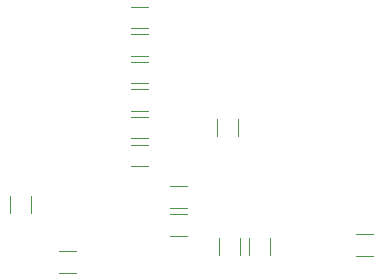
<source format=gbr>
%TF.GenerationSoftware,KiCad,Pcbnew,7.0.8*%
%TF.CreationDate,2023-12-07T20:57:20+01:00*%
%TF.ProjectId,MAIN,4d41494e-2e6b-4696-9361-645f70636258,rev?*%
%TF.SameCoordinates,Original*%
%TF.FileFunction,Legend,Bot*%
%TF.FilePolarity,Positive*%
%FSLAX46Y46*%
G04 Gerber Fmt 4.6, Leading zero omitted, Abs format (unit mm)*
G04 Created by KiCad (PCBNEW 7.0.8) date 2023-12-07 20:57:20*
%MOMM*%
%LPD*%
G01*
G04 APERTURE LIST*
%ADD10C,0.120000*%
G04 APERTURE END LIST*
D10*
%TO.C,R20*%
X127035000Y-133297936D02*
X127035000Y-134752064D01*
X125215000Y-133297936D02*
X125215000Y-134752064D01*
%TO.C,R10*%
X154497936Y-136540000D02*
X155952064Y-136540000D01*
X154497936Y-138360000D02*
X155952064Y-138360000D01*
%TO.C,R25*%
X135472936Y-121935452D02*
X136927064Y-121935452D01*
X135472936Y-123755452D02*
X136927064Y-123755452D01*
%TO.C,R23*%
X135472936Y-126576358D02*
X136927064Y-126576358D01*
X135472936Y-128396358D02*
X136927064Y-128396358D01*
%TO.C,R24*%
X135472936Y-124255904D02*
X136927064Y-124255904D01*
X135472936Y-126075904D02*
X136927064Y-126075904D01*
%TO.C,R17*%
X144735000Y-136847936D02*
X144735000Y-138302064D01*
X142915000Y-136847936D02*
X142915000Y-138302064D01*
%TO.C,R26*%
X135472936Y-119615000D02*
X136927064Y-119615000D01*
X135472936Y-121435000D02*
X136927064Y-121435000D01*
%TO.C,R15*%
X147285000Y-136822936D02*
X147285000Y-138277064D01*
X145465000Y-136822936D02*
X145465000Y-138277064D01*
%TO.C,R19*%
X140227064Y-136660000D02*
X138772936Y-136660000D01*
X140227064Y-134840000D02*
X138772936Y-134840000D01*
%TO.C,R14*%
X142740000Y-128252064D02*
X142740000Y-126797936D01*
X144560000Y-128252064D02*
X144560000Y-126797936D01*
%TO.C,R27*%
X135472936Y-117290000D02*
X136927064Y-117290000D01*
X135472936Y-119110000D02*
X136927064Y-119110000D01*
%TO.C,R21*%
X130827064Y-139785000D02*
X129372936Y-139785000D01*
X130827064Y-137965000D02*
X129372936Y-137965000D01*
%TO.C,R22*%
X135472936Y-128975938D02*
X136927064Y-128975938D01*
X135472936Y-130795938D02*
X136927064Y-130795938D01*
%TO.C,R16*%
X140227064Y-134310000D02*
X138772936Y-134310000D01*
X140227064Y-132490000D02*
X138772936Y-132490000D01*
%TD*%
M02*

</source>
